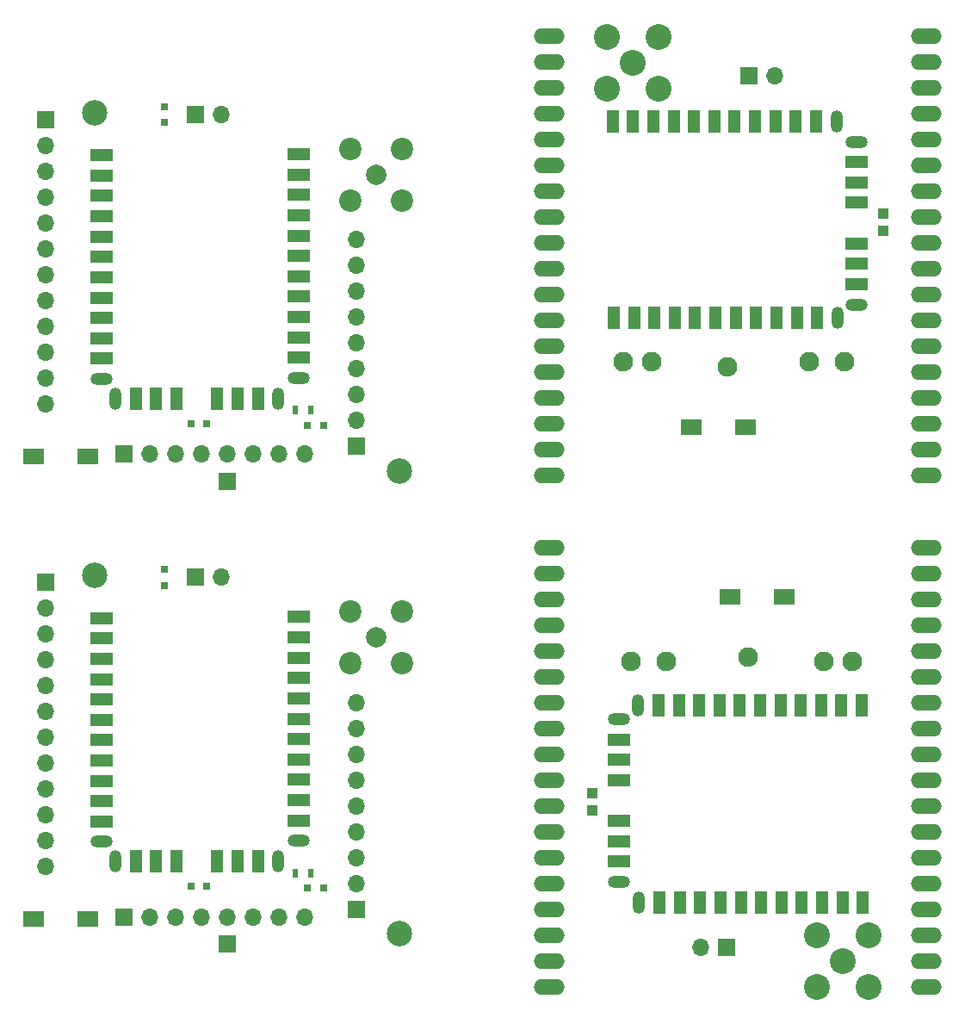
<source format=gts>
G04 #@! TF.FileFunction,Soldermask,Top*
%FSLAX46Y46*%
G04 Gerber Fmt 4.6, Leading zero omitted, Abs format (unit mm)*
G04 Created by KiCad (PCBNEW 4.0.6-e0-6349~53~ubuntu14.04.1) date Mon Apr 10 17:45:15 2017*
%MOMM*%
%LPD*%
G01*
G04 APERTURE LIST*
%ADD10C,0.100000*%
%ADD11O,1.700000X1.700000*%
%ADD12R,1.700000X1.700000*%
%ADD13C,2.500000*%
%ADD14R,0.800000X0.750000*%
%ADD15R,0.800000X0.800000*%
%ADD16R,0.500000X0.900000*%
%ADD17R,2.200000X1.200000*%
%ADD18O,2.200000X1.200000*%
%ADD19O,1.200000X2.200000*%
%ADD20R,1.200000X2.200000*%
%ADD21C,2.000000*%
%ADD22C,2.200000*%
%ADD23R,2.000000X1.600000*%
%ADD24R,0.998220X1.099820*%
%ADD25C,1.930400*%
%ADD26O,3.048000X1.524000*%
%ADD27C,2.540000*%
G04 APERTURE END LIST*
D10*
D11*
X137500000Y-73510000D03*
X137500000Y-76050000D03*
X137500000Y-78590000D03*
X137500000Y-81130000D03*
X137500000Y-83670000D03*
X137500000Y-86210000D03*
X137500000Y-88750000D03*
X137500000Y-91290000D03*
D12*
X137500000Y-93830000D03*
D13*
X111750000Y-61000000D03*
X141750000Y-96250000D03*
D14*
X121250000Y-91600000D03*
X122750000Y-91600000D03*
D15*
X132700000Y-91750000D03*
X134300000Y-91750000D03*
X118600000Y-60400000D03*
X118600000Y-62000000D03*
D12*
X106900000Y-61700000D03*
D11*
X106900000Y-64240000D03*
X106900000Y-66780000D03*
X106900000Y-69320000D03*
X106900000Y-71860000D03*
X106900000Y-74400000D03*
X106900000Y-76940000D03*
X106900000Y-79480000D03*
X106900000Y-82020000D03*
X106900000Y-84560000D03*
X106900000Y-87100000D03*
X106900000Y-89640000D03*
X132380000Y-94600000D03*
X129840000Y-94600000D03*
X127300000Y-94600000D03*
X124760000Y-94600000D03*
X122220000Y-94600000D03*
X119680000Y-94600000D03*
X117140000Y-94600000D03*
D12*
X114600000Y-94600000D03*
X121700000Y-61200000D03*
D11*
X124240000Y-61200000D03*
D16*
X131500000Y-90250000D03*
X133000000Y-90250000D03*
D17*
X112470000Y-65200000D03*
X112470000Y-67200000D03*
X112470000Y-69200000D03*
X112470000Y-71200000D03*
X112470000Y-73200000D03*
X112470000Y-75200000D03*
X112470000Y-77200000D03*
X112470000Y-79200000D03*
X112470000Y-81200000D03*
X112470000Y-83200000D03*
X112470000Y-85200000D03*
D18*
X112470000Y-87200000D03*
D19*
X113800000Y-89100000D03*
D20*
X115800000Y-89100000D03*
X117800000Y-89100000D03*
X119800000Y-89100000D03*
X123800000Y-89100000D03*
X125800000Y-89100000D03*
X127800000Y-89100000D03*
D19*
X129800000Y-89100000D03*
D18*
X131800000Y-87100000D03*
D17*
X131800000Y-85100000D03*
X131800000Y-83100000D03*
X131800000Y-81100000D03*
X131800000Y-79100000D03*
X131800000Y-77100000D03*
X131800000Y-75100000D03*
X131800000Y-73100000D03*
X131800000Y-71100000D03*
X131800000Y-69100000D03*
X131800000Y-67100000D03*
X131800000Y-65100000D03*
D21*
X139420000Y-67100000D03*
D22*
X141960000Y-69640000D03*
X141960000Y-64560000D03*
X136880000Y-64560000D03*
X136880000Y-69640000D03*
D23*
X111100000Y-94800000D03*
X105700000Y-94800000D03*
D12*
X124750000Y-97250000D03*
D11*
X137500000Y-119010000D03*
X137500000Y-121550000D03*
X137500000Y-124090000D03*
X137500000Y-126630000D03*
X137500000Y-129170000D03*
X137500000Y-131710000D03*
X137500000Y-134250000D03*
X137500000Y-136790000D03*
D12*
X137500000Y-139330000D03*
D13*
X111750000Y-106500000D03*
X141750000Y-141750000D03*
D14*
X121250000Y-137100000D03*
X122750000Y-137100000D03*
D15*
X132700000Y-137250000D03*
X134300000Y-137250000D03*
X118600000Y-105900000D03*
X118600000Y-107500000D03*
D12*
X106900000Y-107200000D03*
D11*
X106900000Y-109740000D03*
X106900000Y-112280000D03*
X106900000Y-114820000D03*
X106900000Y-117360000D03*
X106900000Y-119900000D03*
X106900000Y-122440000D03*
X106900000Y-124980000D03*
X106900000Y-127520000D03*
X106900000Y-130060000D03*
X106900000Y-132600000D03*
X106900000Y-135140000D03*
X132380000Y-140100000D03*
X129840000Y-140100000D03*
X127300000Y-140100000D03*
X124760000Y-140100000D03*
X122220000Y-140100000D03*
X119680000Y-140100000D03*
X117140000Y-140100000D03*
D12*
X114600000Y-140100000D03*
X121700000Y-106700000D03*
D11*
X124240000Y-106700000D03*
D16*
X131500000Y-135750000D03*
X133000000Y-135750000D03*
D17*
X112470000Y-110700000D03*
X112470000Y-112700000D03*
X112470000Y-114700000D03*
X112470000Y-116700000D03*
X112470000Y-118700000D03*
X112470000Y-120700000D03*
X112470000Y-122700000D03*
X112470000Y-124700000D03*
X112470000Y-126700000D03*
X112470000Y-128700000D03*
X112470000Y-130700000D03*
D18*
X112470000Y-132700000D03*
D19*
X113800000Y-134600000D03*
D20*
X115800000Y-134600000D03*
X117800000Y-134600000D03*
X119800000Y-134600000D03*
X123800000Y-134600000D03*
X125800000Y-134600000D03*
X127800000Y-134600000D03*
D19*
X129800000Y-134600000D03*
D18*
X131800000Y-132600000D03*
D17*
X131800000Y-130600000D03*
X131800000Y-128600000D03*
X131800000Y-126600000D03*
X131800000Y-124600000D03*
X131800000Y-122600000D03*
X131800000Y-120600000D03*
X131800000Y-118600000D03*
X131800000Y-116600000D03*
X131800000Y-114600000D03*
X131800000Y-112600000D03*
X131800000Y-110600000D03*
D21*
X139420000Y-112600000D03*
D22*
X141960000Y-115140000D03*
X141960000Y-110060000D03*
X136880000Y-110060000D03*
X136880000Y-115140000D03*
D23*
X111100000Y-140300000D03*
X105700000Y-140300000D03*
D12*
X124750000Y-142750000D03*
D24*
X189300000Y-70903280D03*
X189300000Y-72600000D03*
D12*
X176100000Y-57400000D03*
D11*
X178640000Y-57400000D03*
D25*
X163700000Y-85500000D03*
X166500000Y-85500000D03*
X174000000Y-86000000D03*
X185500000Y-85500000D03*
X182000000Y-85500000D03*
D26*
X156452240Y-53493600D03*
X156452240Y-56033600D03*
X156452240Y-58573600D03*
X156452240Y-61113600D03*
X156452240Y-63653600D03*
X156452240Y-66193600D03*
X156452240Y-68733600D03*
X156452240Y-71273600D03*
X156452240Y-73813600D03*
X156452240Y-76353600D03*
X156452240Y-78893600D03*
X156452240Y-81433600D03*
X156452240Y-83973600D03*
X156452240Y-86513600D03*
X156452240Y-89053600D03*
X156452240Y-91593600D03*
X156452240Y-94133600D03*
X156452240Y-96673600D03*
X193559100Y-96673600D03*
X193559100Y-94133600D03*
X193559100Y-91593600D03*
X193559100Y-89053600D03*
X193559100Y-86513600D03*
X193559100Y-83973600D03*
X193559100Y-81433600D03*
X193559100Y-78893600D03*
X193559100Y-76353600D03*
X193559100Y-73813600D03*
X193559100Y-71273600D03*
X193559100Y-68733600D03*
X193559100Y-66193600D03*
X193559100Y-63653600D03*
X193559100Y-61113600D03*
X193559100Y-58573600D03*
X193559100Y-56033600D03*
X193559100Y-53493600D03*
D20*
X162800000Y-81200000D03*
X164800000Y-81200000D03*
X166800000Y-81200000D03*
X168800000Y-81200000D03*
X170800000Y-81200000D03*
X172800000Y-81200000D03*
X174800000Y-81200000D03*
X176800000Y-81200000D03*
X178800000Y-81200000D03*
X180800000Y-81200000D03*
X182800000Y-81200000D03*
D19*
X184800000Y-81200000D03*
D18*
X186700000Y-79870000D03*
D17*
X186700000Y-77870000D03*
X186700000Y-75870000D03*
X186700000Y-73870000D03*
X186700000Y-69870000D03*
X186700000Y-67870000D03*
X186700000Y-65870000D03*
D18*
X186700000Y-63870000D03*
D19*
X184700000Y-61870000D03*
D20*
X182700000Y-61870000D03*
X180700000Y-61870000D03*
X178700000Y-61870000D03*
X176700000Y-61870000D03*
X174700000Y-61870000D03*
X172700000Y-61870000D03*
X170700000Y-61870000D03*
X168700000Y-61870000D03*
X166700000Y-61870000D03*
X164700000Y-61870000D03*
X162700000Y-61870000D03*
D27*
X164700000Y-56100000D03*
X162160000Y-53560000D03*
X167240000Y-53560000D03*
X162160000Y-58640000D03*
X167240000Y-58640000D03*
D23*
X175800000Y-91900000D03*
X170400000Y-91900000D03*
D24*
X160700000Y-129596720D03*
X160700000Y-127900000D03*
D12*
X173900000Y-143100000D03*
D11*
X171360000Y-143100000D03*
D25*
X186300000Y-115000000D03*
X183500000Y-115000000D03*
X176000000Y-114500000D03*
X164500000Y-115000000D03*
X168000000Y-115000000D03*
D26*
X193547760Y-147006400D03*
X193547760Y-144466400D03*
X193547760Y-141926400D03*
X193547760Y-139386400D03*
X193547760Y-136846400D03*
X193547760Y-134306400D03*
X193547760Y-131766400D03*
X193547760Y-129226400D03*
X193547760Y-126686400D03*
X193547760Y-124146400D03*
X193547760Y-121606400D03*
X193547760Y-119066400D03*
X193547760Y-116526400D03*
X193547760Y-113986400D03*
X193547760Y-111446400D03*
X193547760Y-108906400D03*
X193547760Y-106366400D03*
X193547760Y-103826400D03*
X156440900Y-103826400D03*
X156440900Y-106366400D03*
X156440900Y-108906400D03*
X156440900Y-111446400D03*
X156440900Y-113986400D03*
X156440900Y-116526400D03*
X156440900Y-119066400D03*
X156440900Y-121606400D03*
X156440900Y-124146400D03*
X156440900Y-126686400D03*
X156440900Y-129226400D03*
X156440900Y-131766400D03*
X156440900Y-134306400D03*
X156440900Y-136846400D03*
X156440900Y-139386400D03*
X156440900Y-141926400D03*
X156440900Y-144466400D03*
X156440900Y-147006400D03*
D20*
X187200000Y-119300000D03*
X185200000Y-119300000D03*
X183200000Y-119300000D03*
X181200000Y-119300000D03*
X179200000Y-119300000D03*
X177200000Y-119300000D03*
X175200000Y-119300000D03*
X173200000Y-119300000D03*
X171200000Y-119300000D03*
X169200000Y-119300000D03*
X167200000Y-119300000D03*
D19*
X165200000Y-119300000D03*
D18*
X163300000Y-120630000D03*
D17*
X163300000Y-122630000D03*
X163300000Y-124630000D03*
X163300000Y-126630000D03*
X163300000Y-130630000D03*
X163300000Y-132630000D03*
X163300000Y-134630000D03*
D18*
X163300000Y-136630000D03*
D19*
X165300000Y-138630000D03*
D20*
X167300000Y-138630000D03*
X169300000Y-138630000D03*
X171300000Y-138630000D03*
X173300000Y-138630000D03*
X175300000Y-138630000D03*
X177300000Y-138630000D03*
X179300000Y-138630000D03*
X181300000Y-138630000D03*
X183300000Y-138630000D03*
X185300000Y-138630000D03*
X187300000Y-138630000D03*
D27*
X185300000Y-144400000D03*
X187840000Y-146940000D03*
X182760000Y-146940000D03*
X187840000Y-141860000D03*
X182760000Y-141860000D03*
D23*
X174200000Y-108600000D03*
X179600000Y-108600000D03*
M02*

</source>
